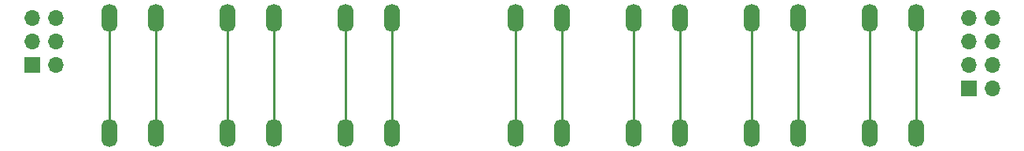
<source format=gbr>
G04 #@! TF.GenerationSoftware,KiCad,Pcbnew,(5.1.5)-3*
G04 #@! TF.CreationDate,2020-02-14T16:00:35-06:00*
G04 #@! TF.ProjectId,7Button,37427574-746f-46e2-9e6b-696361645f70,rev?*
G04 #@! TF.SameCoordinates,Original*
G04 #@! TF.FileFunction,Copper,L2,Bot*
G04 #@! TF.FilePolarity,Positive*
%FSLAX46Y46*%
G04 Gerber Fmt 4.6, Leading zero omitted, Abs format (unit mm)*
G04 Created by KiCad (PCBNEW (5.1.5)-3) date 2020-02-14 16:00:35*
%MOMM*%
%LPD*%
G04 APERTURE LIST*
%ADD10O,1.700000X1.700000*%
%ADD11R,1.700000X1.700000*%
%ADD12O,1.727200X3.048000*%
%ADD13C,0.250000*%
G04 APERTURE END LIST*
D10*
X239776000Y-125960000D03*
X237236000Y-125960000D03*
X239776000Y-128500000D03*
X237236000Y-128500000D03*
X239776000Y-131040000D03*
X237236000Y-131040000D03*
X239776000Y-133580000D03*
D11*
X237236000Y-133580000D03*
D10*
X139065000Y-125950000D03*
X136525000Y-125950000D03*
X139065000Y-128490000D03*
X136525000Y-128490000D03*
X139065000Y-131030000D03*
D11*
X136525000Y-131030000D03*
D12*
X231568000Y-138430000D03*
X226568000Y-138430000D03*
X231568000Y-125930000D03*
X226568000Y-125930000D03*
X218868000Y-138430000D03*
X213868000Y-138430000D03*
X218868000Y-125930000D03*
X213868000Y-125930000D03*
X206168000Y-138430000D03*
X201168000Y-138430000D03*
X206168000Y-125930000D03*
X201168000Y-125930000D03*
X193468000Y-138430000D03*
X188468000Y-138430000D03*
X193468000Y-125930000D03*
X188468000Y-125930000D03*
X175180000Y-138430000D03*
X170180000Y-138430000D03*
X175180000Y-125930000D03*
X170180000Y-125930000D03*
X162480000Y-138430000D03*
X157480000Y-138430000D03*
X162480000Y-125930000D03*
X157480000Y-125930000D03*
X149780000Y-138430000D03*
X144780000Y-138430000D03*
X149780000Y-125930000D03*
X144780000Y-125930000D03*
D13*
X226568000Y-125930000D02*
X226568000Y-138430000D01*
X213868000Y-125930000D02*
X213868000Y-138430000D01*
X201168000Y-127704000D02*
X201168000Y-138430000D01*
X201168000Y-125930000D02*
X201168000Y-127704000D01*
X188468000Y-125930000D02*
X188468000Y-138430000D01*
X170180000Y-127704000D02*
X170180000Y-138430000D01*
X170180000Y-125930000D02*
X170180000Y-127704000D01*
X175180000Y-125930000D02*
X175180000Y-138430000D01*
X157480000Y-127704000D02*
X157480000Y-138430000D01*
X157480000Y-125930000D02*
X157480000Y-127704000D01*
X162480000Y-127704000D02*
X162480000Y-138430000D01*
X162480000Y-125930000D02*
X162480000Y-127704000D01*
X144780000Y-125930000D02*
X144780000Y-138430000D01*
X149780000Y-127704000D02*
X149780000Y-138430000D01*
X149780000Y-125930000D02*
X149780000Y-127704000D01*
X231568000Y-125930000D02*
X231568000Y-138430000D01*
X218868000Y-127704000D02*
X218868000Y-138430000D01*
X218868000Y-125930000D02*
X218868000Y-127704000D01*
X206168000Y-125930000D02*
X206168000Y-138430000D01*
X193468000Y-127704000D02*
X193468000Y-138430000D01*
X193468000Y-125930000D02*
X193468000Y-127704000D01*
M02*

</source>
